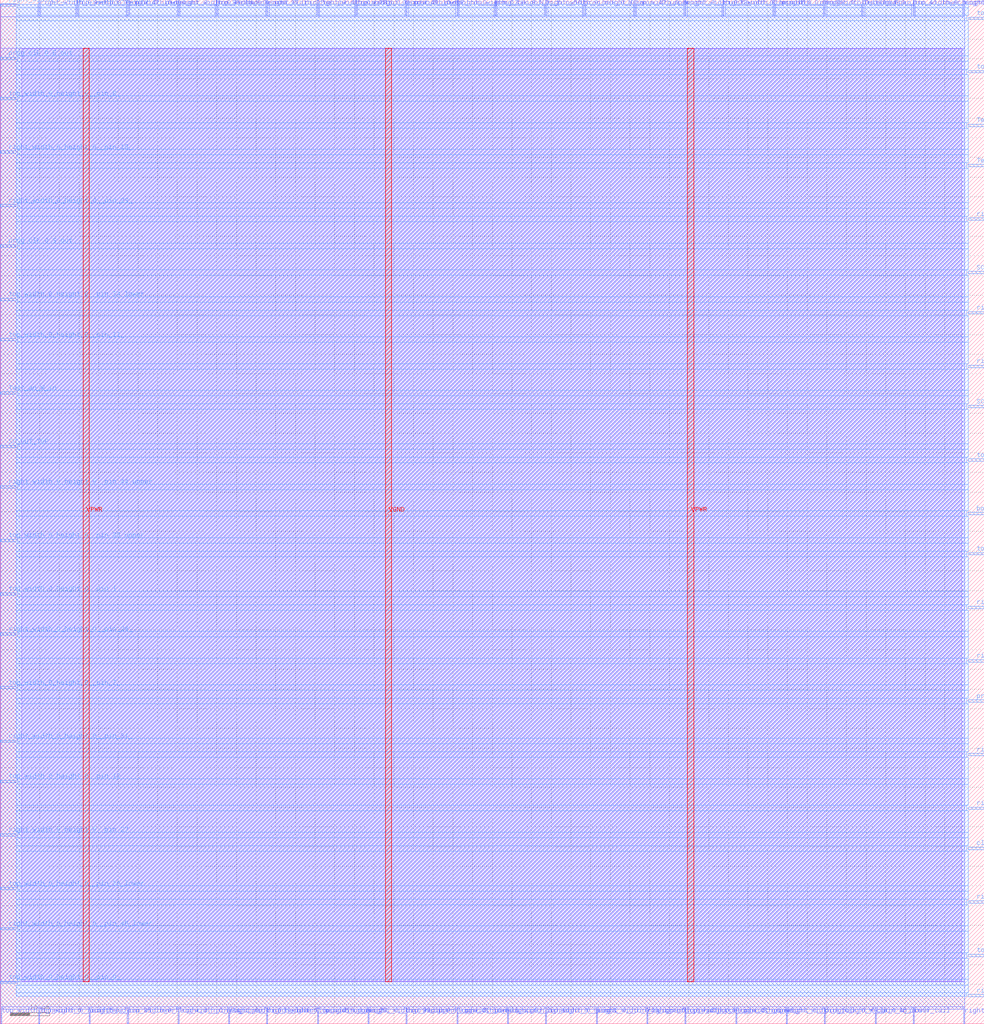
<source format=lef>
VERSION 5.7 ;
  NOWIREEXTENSIONATPIN ON ;
  DIVIDERCHAR "/" ;
  BUSBITCHARS "[]" ;
MACRO grid_clb
  CLASS BLOCK ;
  FOREIGN grid_clb ;
  ORIGIN 0.000 0.000 ;
  SIZE 250.000 BY 260.000 ;
  PIN SC_IN_TOP
    DIRECTION INPUT ;
    USE SIGNAL ;
    PORT
      LAYER met3 ;
        RECT 246.000 156.440 250.000 157.040 ;
    END
  END SC_IN_TOP
  PIN SC_OUT_BOT
    DIRECTION OUTPUT TRISTATE ;
    USE SIGNAL ;
    PORT
      LAYER met3 ;
        RECT 246.000 190.440 250.000 191.040 ;
    END
  END SC_OUT_BOT
  PIN SC_OUT_TOP
    DIRECTION OUTPUT TRISTATE ;
    USE SIGNAL ;
    PORT
      LAYER met3 ;
        RECT 0.000 146.240 4.000 146.840 ;
    END
  END SC_OUT_TOP
  PIN Test_en_E_in
    DIRECTION INPUT ;
    USE SIGNAL ;
    PORT
      LAYER met2 ;
        RECT 219.050 256.000 219.330 260.000 ;
    END
  END Test_en_E_in
  PIN Test_en_E_out
    DIRECTION OUTPUT TRISTATE ;
    USE SIGNAL ;
    PORT
      LAYER met3 ;
        RECT 246.000 227.840 250.000 228.440 ;
    END
  END Test_en_E_out
  PIN Test_en_W_in
    DIRECTION INPUT ;
    USE SIGNAL ;
    PORT
      LAYER met3 ;
        RECT 0.000 159.840 4.000 160.440 ;
    END
  END Test_en_W_in
  PIN Test_en_W_out
    DIRECTION OUTPUT TRISTATE ;
    USE SIGNAL ;
    PORT
      LAYER met3 ;
        RECT 246.000 217.640 250.000 218.240 ;
    END
  END Test_en_W_out
  PIN VGND
    DIRECTION INOUT ;
    USE GROUND ;
    PORT
      LAYER met4 ;
        RECT 97.840 10.640 99.440 247.760 ;
    END
  END VGND
  PIN VPWR
    DIRECTION INOUT ;
    USE POWER ;
    PORT
      LAYER met4 ;
        RECT 21.040 10.640 22.640 247.760 ;
    END
    PORT
      LAYER met4 ;
        RECT 174.640 10.640 176.240 247.760 ;
    END
  END VPWR
  PIN bottom_width_0_height_0__pin_50_
    DIRECTION OUTPUT TRISTATE ;
    USE SIGNAL ;
    PORT
      LAYER met2 ;
        RECT 116.010 256.000 116.290 260.000 ;
    END
  END bottom_width_0_height_0__pin_50_
  PIN bottom_width_0_height_0__pin_51_
    DIRECTION OUTPUT TRISTATE ;
    USE SIGNAL ;
    PORT
      LAYER met3 ;
        RECT 246.000 129.240 250.000 129.840 ;
    END
  END bottom_width_0_height_0__pin_51_
  PIN ccff_head
    DIRECTION INPUT ;
    USE SIGNAL ;
    PORT
      LAYER met2 ;
        RECT 22.630 0.000 22.910 4.000 ;
    END
  END ccff_head
  PIN ccff_tail
    DIRECTION OUTPUT TRISTATE ;
    USE SIGNAL ;
    PORT
      LAYER met2 ;
        RECT 231.930 0.000 232.210 4.000 ;
    END
  END ccff_tail
  PIN clk_0_N_in
    DIRECTION INPUT ;
    USE SIGNAL ;
    PORT
      LAYER met2 ;
        RECT 222.270 0.000 222.550 4.000 ;
    END
  END clk_0_N_in
  PIN clk_0_S_in
    DIRECTION INPUT ;
    USE SIGNAL ;
    PORT
      LAYER met3 ;
        RECT 246.000 44.240 250.000 44.840 ;
    END
  END clk_0_S_in
  PIN prog_clk_0_E_out
    DIRECTION OUTPUT TRISTATE ;
    USE SIGNAL ;
    PORT
      LAYER met3 ;
        RECT 0.000 244.840 4.000 245.440 ;
    END
  END prog_clk_0_E_out
  PIN prog_clk_0_N_in
    DIRECTION INPUT ;
    USE SIGNAL ;
    PORT
      LAYER met2 ;
        RECT 148.210 256.000 148.490 260.000 ;
    END
  END prog_clk_0_N_in
  PIN prog_clk_0_N_out
    DIRECTION OUTPUT TRISTATE ;
    USE SIGNAL ;
    PORT
      LAYER met2 ;
        RECT 125.670 256.000 125.950 260.000 ;
    END
  END prog_clk_0_N_out
  PIN prog_clk_0_S_in
    DIRECTION INPUT ;
    USE SIGNAL ;
    PORT
      LAYER met3 ;
        RECT 246.000 81.640 250.000 82.240 ;
    END
  END prog_clk_0_S_in
  PIN prog_clk_0_S_out
    DIRECTION OUTPUT TRISTATE ;
    USE SIGNAL ;
    PORT
      LAYER met3 ;
        RECT 0.000 197.240 4.000 197.840 ;
    END
  END prog_clk_0_S_out
  PIN prog_clk_0_W_out
    DIRECTION OUTPUT TRISTATE ;
    USE SIGNAL ;
    PORT
      LAYER met2 ;
        RECT 209.390 0.000 209.670 4.000 ;
    END
  END prog_clk_0_W_out
  PIN right_width_0_height_0__pin_16_
    DIRECTION INPUT ;
    USE SIGNAL ;
    PORT
      LAYER met2 ;
        RECT 173.970 256.000 174.250 260.000 ;
    END
  END right_width_0_height_0__pin_16_
  PIN right_width_0_height_0__pin_17_
    DIRECTION INPUT ;
    USE SIGNAL ;
    PORT
      LAYER met2 ;
        RECT 45.170 256.000 45.450 260.000 ;
    END
  END right_width_0_height_0__pin_17_
  PIN right_width_0_height_0__pin_18_
    DIRECTION INPUT ;
    USE SIGNAL ;
    PORT
      LAYER met3 ;
        RECT 0.000 221.040 4.000 221.640 ;
    END
  END right_width_0_height_0__pin_18_
  PIN right_width_0_height_0__pin_19_
    DIRECTION INPUT ;
    USE SIGNAL ;
    PORT
      LAYER met3 ;
        RECT 246.000 166.640 250.000 167.240 ;
    END
  END right_width_0_height_0__pin_19_
  PIN right_width_0_height_0__pin_20_
    DIRECTION INPUT ;
    USE SIGNAL ;
    PORT
      LAYER met3 ;
        RECT 246.000 180.240 250.000 180.840 ;
    END
  END right_width_0_height_0__pin_20_
  PIN right_width_0_height_0__pin_21_
    DIRECTION INPUT ;
    USE SIGNAL ;
    PORT
      LAYER met3 ;
        RECT 246.000 105.440 250.000 106.040 ;
    END
  END right_width_0_height_0__pin_21_
  PIN right_width_0_height_0__pin_22_
    DIRECTION INPUT ;
    USE SIGNAL ;
    PORT
      LAYER met3 ;
        RECT 246.000 6.840 250.000 7.440 ;
    END
  END right_width_0_height_0__pin_22_
  PIN right_width_0_height_0__pin_23_
    DIRECTION INPUT ;
    USE SIGNAL ;
    PORT
      LAYER met3 ;
        RECT 0.000 207.440 4.000 208.040 ;
    END
  END right_width_0_height_0__pin_23_
  PIN right_width_0_height_0__pin_24_
    DIRECTION INPUT ;
    USE SIGNAL ;
    PORT
      LAYER met3 ;
        RECT 0.000 98.640 4.000 99.240 ;
    END
  END right_width_0_height_0__pin_24_
  PIN right_width_0_height_0__pin_25_
    DIRECTION INPUT ;
    USE SIGNAL ;
    PORT
      LAYER met2 ;
        RECT 244.810 256.000 245.090 260.000 ;
    END
  END right_width_0_height_0__pin_25_
  PIN right_width_0_height_0__pin_26_
    DIRECTION INPUT ;
    USE SIGNAL ;
    PORT
      LAYER met3 ;
        RECT 246.000 91.840 250.000 92.440 ;
    END
  END right_width_0_height_0__pin_26_
  PIN right_width_0_height_0__pin_27_
    DIRECTION INPUT ;
    USE SIGNAL ;
    PORT
      LAYER met3 ;
        RECT 0.000 47.640 4.000 48.240 ;
    END
  END right_width_0_height_0__pin_27_
  PIN right_width_0_height_0__pin_28_
    DIRECTION INPUT ;
    USE SIGNAL ;
    PORT
      LAYER met2 ;
        RECT 67.710 256.000 67.990 260.000 ;
    END
  END right_width_0_height_0__pin_28_
  PIN right_width_0_height_0__pin_29_
    DIRECTION INPUT ;
    USE SIGNAL ;
    PORT
      LAYER met2 ;
        RECT 67.710 0.000 67.990 4.000 ;
    END
  END right_width_0_height_0__pin_29_
  PIN right_width_0_height_0__pin_30_
    DIRECTION INPUT ;
    USE SIGNAL ;
    PORT
      LAYER met2 ;
        RECT 183.630 256.000 183.910 260.000 ;
    END
  END right_width_0_height_0__pin_30_
  PIN right_width_0_height_0__pin_31_
    DIRECTION INPUT ;
    USE SIGNAL ;
    PORT
      LAYER met3 ;
        RECT 0.000 71.440 4.000 72.040 ;
    END
  END right_width_0_height_0__pin_31_
  PIN right_width_0_height_0__pin_42_lower
    DIRECTION OUTPUT TRISTATE ;
    USE SIGNAL ;
    PORT
      LAYER met2 ;
        RECT 9.750 256.000 10.030 260.000 ;
    END
  END right_width_0_height_0__pin_42_lower
  PIN right_width_0_height_0__pin_42_upper
    DIRECTION OUTPUT TRISTATE ;
    USE SIGNAL ;
    PORT
      LAYER met2 ;
        RECT 138.550 256.000 138.830 260.000 ;
    END
  END right_width_0_height_0__pin_42_upper
  PIN right_width_0_height_0__pin_43_lower
    DIRECTION OUTPUT TRISTATE ;
    USE SIGNAL ;
    PORT
      LAYER met2 ;
        RECT 93.470 0.000 93.750 4.000 ;
    END
  END right_width_0_height_0__pin_43_lower
  PIN right_width_0_height_0__pin_43_upper
    DIRECTION OUTPUT TRISTATE ;
    USE SIGNAL ;
    PORT
      LAYER met2 ;
        RECT 164.310 0.000 164.590 4.000 ;
    END
  END right_width_0_height_0__pin_43_upper
  PIN right_width_0_height_0__pin_44_lower
    DIRECTION OUTPUT TRISTATE ;
    USE SIGNAL ;
    PORT
      LAYER met3 ;
        RECT 246.000 204.040 250.000 204.640 ;
    END
  END right_width_0_height_0__pin_44_lower
  PIN right_width_0_height_0__pin_44_upper
    DIRECTION OUTPUT TRISTATE ;
    USE SIGNAL ;
    PORT
      LAYER met3 ;
        RECT 0.000 136.040 4.000 136.640 ;
    END
  END right_width_0_height_0__pin_44_upper
  PIN right_width_0_height_0__pin_45_lower
    DIRECTION OUTPUT TRISTATE ;
    USE SIGNAL ;
    PORT
      LAYER met3 ;
        RECT 0.000 23.840 4.000 24.440 ;
    END
  END right_width_0_height_0__pin_45_lower
  PIN right_width_0_height_0__pin_45_upper
    DIRECTION OUTPUT TRISTATE ;
    USE SIGNAL ;
    PORT
      LAYER met2 ;
        RECT 58.050 0.000 58.330 4.000 ;
    END
  END right_width_0_height_0__pin_45_upper
  PIN right_width_0_height_0__pin_46_lower
    DIRECTION OUTPUT TRISTATE ;
    USE SIGNAL ;
    PORT
      LAYER met2 ;
        RECT 199.730 0.000 200.010 4.000 ;
    END
  END right_width_0_height_0__pin_46_lower
  PIN right_width_0_height_0__pin_46_upper
    DIRECTION OUTPUT TRISTATE ;
    USE SIGNAL ;
    PORT
      LAYER met3 ;
        RECT 246.000 68.040 250.000 68.640 ;
    END
  END right_width_0_height_0__pin_46_upper
  PIN right_width_0_height_0__pin_47_lower
    DIRECTION OUTPUT TRISTATE ;
    USE SIGNAL ;
    PORT
      LAYER met3 ;
        RECT 246.000 30.640 250.000 31.240 ;
    END
  END right_width_0_height_0__pin_47_lower
  PIN right_width_0_height_0__pin_47_upper
    DIRECTION OUTPUT TRISTATE ;
    USE SIGNAL ;
    PORT
      LAYER met2 ;
        RECT 151.430 0.000 151.710 4.000 ;
    END
  END right_width_0_height_0__pin_47_upper
  PIN right_width_0_height_0__pin_48_lower
    DIRECTION OUTPUT TRISTATE ;
    USE SIGNAL ;
    PORT
      LAYER met3 ;
        RECT 0.000 258.440 4.000 259.040 ;
    END
  END right_width_0_height_0__pin_48_lower
  PIN right_width_0_height_0__pin_48_upper
    DIRECTION OUTPUT TRISTATE ;
    USE SIGNAL ;
    PORT
      LAYER met2 ;
        RECT 244.810 0.000 245.090 4.000 ;
    END
  END right_width_0_height_0__pin_48_upper
  PIN right_width_0_height_0__pin_49_lower
    DIRECTION OUTPUT TRISTATE ;
    USE SIGNAL ;
    PORT
      LAYER met2 ;
        RECT 80.590 256.000 80.870 260.000 ;
    END
  END right_width_0_height_0__pin_49_lower
  PIN right_width_0_height_0__pin_49_upper
    DIRECTION OUTPUT TRISTATE ;
    USE SIGNAL ;
    PORT
      LAYER met3 ;
        RECT 246.000 54.440 250.000 55.040 ;
    END
  END right_width_0_height_0__pin_49_upper
  PIN top_width_0_height_0__pin_0_
    DIRECTION INPUT ;
    USE SIGNAL ;
    PORT
      LAYER met3 ;
        RECT 0.000 10.240 4.000 10.840 ;
    END
  END top_width_0_height_0__pin_0_
  PIN top_width_0_height_0__pin_10_
    DIRECTION INPUT ;
    USE SIGNAL ;
    PORT
      LAYER met2 ;
        RECT 186.850 0.000 187.130 4.000 ;
    END
  END top_width_0_height_0__pin_10_
  PIN top_width_0_height_0__pin_11_
    DIRECTION INPUT ;
    USE SIGNAL ;
    PORT
      LAYER met3 ;
        RECT 0.000 173.440 4.000 174.040 ;
    END
  END top_width_0_height_0__pin_11_
  PIN top_width_0_height_0__pin_12_
    DIRECTION INPUT ;
    USE SIGNAL ;
    PORT
      LAYER met3 ;
        RECT 0.000 61.240 4.000 61.840 ;
    END
  END top_width_0_height_0__pin_12_
  PIN top_width_0_height_0__pin_13_
    DIRECTION INPUT ;
    USE SIGNAL ;
    PORT
      LAYER met2 ;
        RECT 103.130 256.000 103.410 260.000 ;
    END
  END top_width_0_height_0__pin_13_
  PIN top_width_0_height_0__pin_14_
    DIRECTION INPUT ;
    USE SIGNAL ;
    PORT
      LAYER met2 ;
        RECT 116.010 0.000 116.290 4.000 ;
    END
  END top_width_0_height_0__pin_14_
  PIN top_width_0_height_0__pin_15_
    DIRECTION INPUT ;
    USE SIGNAL ;
    PORT
      LAYER met2 ;
        RECT 0.090 0.000 0.370 4.000 ;
    END
  END top_width_0_height_0__pin_15_
  PIN top_width_0_height_0__pin_1_
    DIRECTION INPUT ;
    USE SIGNAL ;
    PORT
      LAYER met3 ;
        RECT 0.000 108.840 4.000 109.440 ;
    END
  END top_width_0_height_0__pin_1_
  PIN top_width_0_height_0__pin_2_
    DIRECTION INPUT ;
    USE SIGNAL ;
    PORT
      LAYER met2 ;
        RECT 90.250 256.000 90.530 260.000 ;
    END
  END top_width_0_height_0__pin_2_
  PIN top_width_0_height_0__pin_32_
    DIRECTION INPUT ;
    USE SIGNAL ;
    PORT
      LAYER met2 ;
        RECT 161.090 256.000 161.370 260.000 ;
    END
  END top_width_0_height_0__pin_32_
  PIN top_width_0_height_0__pin_33_
    DIRECTION INPUT ;
    USE SIGNAL ;
    PORT
      LAYER met2 ;
        RECT 231.930 256.000 232.210 260.000 ;
    END
  END top_width_0_height_0__pin_33_
  PIN top_width_0_height_0__pin_34_lower
    DIRECTION OUTPUT TRISTATE ;
    USE SIGNAL ;
    PORT
      LAYER met3 ;
        RECT 0.000 183.640 4.000 184.240 ;
    END
  END top_width_0_height_0__pin_34_lower
  PIN top_width_0_height_0__pin_34_upper
    DIRECTION OUTPUT TRISTATE ;
    USE SIGNAL ;
    PORT
      LAYER met2 ;
        RECT 32.290 0.000 32.570 4.000 ;
    END
  END top_width_0_height_0__pin_34_upper
  PIN top_width_0_height_0__pin_35_lower
    DIRECTION OUTPUT TRISTATE ;
    USE SIGNAL ;
    PORT
      LAYER met2 ;
        RECT 9.750 0.000 10.030 4.000 ;
    END
  END top_width_0_height_0__pin_35_lower
  PIN top_width_0_height_0__pin_35_upper
    DIRECTION OUTPUT TRISTATE ;
    USE SIGNAL ;
    PORT
      LAYER met3 ;
        RECT 246.000 255.040 250.000 255.640 ;
    END
  END top_width_0_height_0__pin_35_upper
  PIN top_width_0_height_0__pin_36_lower
    DIRECTION OUTPUT TRISTATE ;
    USE SIGNAL ;
    PORT
      LAYER met3 ;
        RECT 0.000 34.040 4.000 34.640 ;
    END
  END top_width_0_height_0__pin_36_lower
  PIN top_width_0_height_0__pin_36_upper
    DIRECTION OUTPUT TRISTATE ;
    USE SIGNAL ;
    PORT
      LAYER met2 ;
        RECT 103.130 0.000 103.410 4.000 ;
    END
  END top_width_0_height_0__pin_36_upper
  PIN top_width_0_height_0__pin_37_lower
    DIRECTION OUTPUT TRISTATE ;
    USE SIGNAL ;
    PORT
      LAYER met3 ;
        RECT 246.000 241.440 250.000 242.040 ;
    END
  END top_width_0_height_0__pin_37_lower
  PIN top_width_0_height_0__pin_37_upper
    DIRECTION OUTPUT TRISTATE ;
    USE SIGNAL ;
    PORT
      LAYER met3 ;
        RECT 246.000 17.040 250.000 17.640 ;
    END
  END top_width_0_height_0__pin_37_upper
  PIN top_width_0_height_0__pin_38_lower
    DIRECTION OUTPUT TRISTATE ;
    USE SIGNAL ;
    PORT
      LAYER met2 ;
        RECT 32.290 256.000 32.570 260.000 ;
    END
  END top_width_0_height_0__pin_38_lower
  PIN top_width_0_height_0__pin_38_upper
    DIRECTION OUTPUT TRISTATE ;
    USE SIGNAL ;
    PORT
      LAYER met3 ;
        RECT 0.000 122.440 4.000 123.040 ;
    END
  END top_width_0_height_0__pin_38_upper
  PIN top_width_0_height_0__pin_39_lower
    DIRECTION OUTPUT TRISTATE ;
    USE SIGNAL ;
    PORT
      LAYER met2 ;
        RECT 45.170 0.000 45.450 4.000 ;
    END
  END top_width_0_height_0__pin_39_lower
  PIN top_width_0_height_0__pin_39_upper
    DIRECTION OUTPUT TRISTATE ;
    USE SIGNAL ;
    PORT
      LAYER met2 ;
        RECT 80.590 0.000 80.870 4.000 ;
    END
  END top_width_0_height_0__pin_39_upper
  PIN top_width_0_height_0__pin_3_
    DIRECTION INPUT ;
    USE SIGNAL ;
    PORT
      LAYER met2 ;
        RECT 128.890 0.000 129.170 4.000 ;
    END
  END top_width_0_height_0__pin_3_
  PIN top_width_0_height_0__pin_40_lower
    DIRECTION OUTPUT TRISTATE ;
    USE SIGNAL ;
    PORT
      LAYER met3 ;
        RECT 246.000 142.840 250.000 143.440 ;
    END
  END top_width_0_height_0__pin_40_lower
  PIN top_width_0_height_0__pin_40_upper
    DIRECTION OUTPUT TRISTATE ;
    USE SIGNAL ;
    PORT
      LAYER met2 ;
        RECT 138.550 0.000 138.830 4.000 ;
    END
  END top_width_0_height_0__pin_40_upper
  PIN top_width_0_height_0__pin_41_lower
    DIRECTION OUTPUT TRISTATE ;
    USE SIGNAL ;
    PORT
      LAYER met2 ;
        RECT 209.390 256.000 209.670 260.000 ;
    END
  END top_width_0_height_0__pin_41_lower
  PIN top_width_0_height_0__pin_41_upper
    DIRECTION OUTPUT TRISTATE ;
    USE SIGNAL ;
    PORT
      LAYER met2 ;
        RECT 196.510 256.000 196.790 260.000 ;
    END
  END top_width_0_height_0__pin_41_upper
  PIN top_width_0_height_0__pin_4_
    DIRECTION INPUT ;
    USE SIGNAL ;
    PORT
      LAYER met2 ;
        RECT 19.410 256.000 19.690 260.000 ;
    END
  END top_width_0_height_0__pin_4_
  PIN top_width_0_height_0__pin_5_
    DIRECTION INPUT ;
    USE SIGNAL ;
    PORT
      LAYER met2 ;
        RECT 54.830 256.000 55.110 260.000 ;
    END
  END top_width_0_height_0__pin_5_
  PIN top_width_0_height_0__pin_6_
    DIRECTION INPUT ;
    USE SIGNAL ;
    PORT
      LAYER met2 ;
        RECT 173.970 0.000 174.250 4.000 ;
    END
  END top_width_0_height_0__pin_6_
  PIN top_width_0_height_0__pin_7_
    DIRECTION INPUT ;
    USE SIGNAL ;
    PORT
      LAYER met3 ;
        RECT 0.000 85.040 4.000 85.640 ;
    END
  END top_width_0_height_0__pin_7_
  PIN top_width_0_height_0__pin_8_
    DIRECTION INPUT ;
    USE SIGNAL ;
    PORT
      LAYER met3 ;
        RECT 0.000 234.640 4.000 235.240 ;
    END
  END top_width_0_height_0__pin_8_
  PIN top_width_0_height_0__pin_9_
    DIRECTION INPUT ;
    USE SIGNAL ;
    PORT
      LAYER met3 ;
        RECT 246.000 119.040 250.000 119.640 ;
    END
  END top_width_0_height_0__pin_9_
  OBS
      LAYER li1 ;
        RECT 5.520 10.795 244.260 247.605 ;
      LAYER met1 ;
        RECT 0.070 10.640 245.110 247.760 ;
      LAYER met2 ;
        RECT 0.100 255.720 9.470 258.925 ;
        RECT 10.310 255.720 19.130 258.925 ;
        RECT 19.970 255.720 32.010 258.925 ;
        RECT 32.850 255.720 44.890 258.925 ;
        RECT 45.730 255.720 54.550 258.925 ;
        RECT 55.390 255.720 67.430 258.925 ;
        RECT 68.270 255.720 80.310 258.925 ;
        RECT 81.150 255.720 89.970 258.925 ;
        RECT 90.810 255.720 102.850 258.925 ;
        RECT 103.690 255.720 115.730 258.925 ;
        RECT 116.570 255.720 125.390 258.925 ;
        RECT 126.230 255.720 138.270 258.925 ;
        RECT 139.110 255.720 147.930 258.925 ;
        RECT 148.770 255.720 160.810 258.925 ;
        RECT 161.650 255.720 173.690 258.925 ;
        RECT 174.530 255.720 183.350 258.925 ;
        RECT 184.190 255.720 196.230 258.925 ;
        RECT 197.070 255.720 209.110 258.925 ;
        RECT 209.950 255.720 218.770 258.925 ;
        RECT 219.610 255.720 231.650 258.925 ;
        RECT 232.490 255.720 244.530 258.925 ;
        RECT 0.100 4.280 245.080 255.720 ;
        RECT 0.650 3.670 9.470 4.280 ;
        RECT 10.310 3.670 22.350 4.280 ;
        RECT 23.190 3.670 32.010 4.280 ;
        RECT 32.850 3.670 44.890 4.280 ;
        RECT 45.730 3.670 57.770 4.280 ;
        RECT 58.610 3.670 67.430 4.280 ;
        RECT 68.270 3.670 80.310 4.280 ;
        RECT 81.150 3.670 93.190 4.280 ;
        RECT 94.030 3.670 102.850 4.280 ;
        RECT 103.690 3.670 115.730 4.280 ;
        RECT 116.570 3.670 128.610 4.280 ;
        RECT 129.450 3.670 138.270 4.280 ;
        RECT 139.110 3.670 151.150 4.280 ;
        RECT 151.990 3.670 164.030 4.280 ;
        RECT 164.870 3.670 173.690 4.280 ;
        RECT 174.530 3.670 186.570 4.280 ;
        RECT 187.410 3.670 199.450 4.280 ;
        RECT 200.290 3.670 209.110 4.280 ;
        RECT 209.950 3.670 221.990 4.280 ;
        RECT 222.830 3.670 231.650 4.280 ;
        RECT 232.490 3.670 244.530 4.280 ;
      LAYER met3 ;
        RECT 4.400 258.040 246.000 258.905 ;
        RECT 4.000 256.040 246.000 258.040 ;
        RECT 4.000 254.640 245.600 256.040 ;
        RECT 4.000 245.840 246.000 254.640 ;
        RECT 4.400 244.440 246.000 245.840 ;
        RECT 4.000 242.440 246.000 244.440 ;
        RECT 4.000 241.040 245.600 242.440 ;
        RECT 4.000 235.640 246.000 241.040 ;
        RECT 4.400 234.240 246.000 235.640 ;
        RECT 4.000 228.840 246.000 234.240 ;
        RECT 4.000 227.440 245.600 228.840 ;
        RECT 4.000 222.040 246.000 227.440 ;
        RECT 4.400 220.640 246.000 222.040 ;
        RECT 4.000 218.640 246.000 220.640 ;
        RECT 4.000 217.240 245.600 218.640 ;
        RECT 4.000 208.440 246.000 217.240 ;
        RECT 4.400 207.040 246.000 208.440 ;
        RECT 4.000 205.040 246.000 207.040 ;
        RECT 4.000 203.640 245.600 205.040 ;
        RECT 4.000 198.240 246.000 203.640 ;
        RECT 4.400 196.840 246.000 198.240 ;
        RECT 4.000 191.440 246.000 196.840 ;
        RECT 4.000 190.040 245.600 191.440 ;
        RECT 4.000 184.640 246.000 190.040 ;
        RECT 4.400 183.240 246.000 184.640 ;
        RECT 4.000 181.240 246.000 183.240 ;
        RECT 4.000 179.840 245.600 181.240 ;
        RECT 4.000 174.440 246.000 179.840 ;
        RECT 4.400 173.040 246.000 174.440 ;
        RECT 4.000 167.640 246.000 173.040 ;
        RECT 4.000 166.240 245.600 167.640 ;
        RECT 4.000 160.840 246.000 166.240 ;
        RECT 4.400 159.440 246.000 160.840 ;
        RECT 4.000 157.440 246.000 159.440 ;
        RECT 4.000 156.040 245.600 157.440 ;
        RECT 4.000 147.240 246.000 156.040 ;
        RECT 4.400 145.840 246.000 147.240 ;
        RECT 4.000 143.840 246.000 145.840 ;
        RECT 4.000 142.440 245.600 143.840 ;
        RECT 4.000 137.040 246.000 142.440 ;
        RECT 4.400 135.640 246.000 137.040 ;
        RECT 4.000 130.240 246.000 135.640 ;
        RECT 4.000 128.840 245.600 130.240 ;
        RECT 4.000 123.440 246.000 128.840 ;
        RECT 4.400 122.040 246.000 123.440 ;
        RECT 4.000 120.040 246.000 122.040 ;
        RECT 4.000 118.640 245.600 120.040 ;
        RECT 4.000 109.840 246.000 118.640 ;
        RECT 4.400 108.440 246.000 109.840 ;
        RECT 4.000 106.440 246.000 108.440 ;
        RECT 4.000 105.040 245.600 106.440 ;
        RECT 4.000 99.640 246.000 105.040 ;
        RECT 4.400 98.240 246.000 99.640 ;
        RECT 4.000 92.840 246.000 98.240 ;
        RECT 4.000 91.440 245.600 92.840 ;
        RECT 4.000 86.040 246.000 91.440 ;
        RECT 4.400 84.640 246.000 86.040 ;
        RECT 4.000 82.640 246.000 84.640 ;
        RECT 4.000 81.240 245.600 82.640 ;
        RECT 4.000 72.440 246.000 81.240 ;
        RECT 4.400 71.040 246.000 72.440 ;
        RECT 4.000 69.040 246.000 71.040 ;
        RECT 4.000 67.640 245.600 69.040 ;
        RECT 4.000 62.240 246.000 67.640 ;
        RECT 4.400 60.840 246.000 62.240 ;
        RECT 4.000 55.440 246.000 60.840 ;
        RECT 4.000 54.040 245.600 55.440 ;
        RECT 4.000 48.640 246.000 54.040 ;
        RECT 4.400 47.240 246.000 48.640 ;
        RECT 4.000 45.240 246.000 47.240 ;
        RECT 4.000 43.840 245.600 45.240 ;
        RECT 4.000 35.040 246.000 43.840 ;
        RECT 4.400 33.640 246.000 35.040 ;
        RECT 4.000 31.640 246.000 33.640 ;
        RECT 4.000 30.240 245.600 31.640 ;
        RECT 4.000 24.840 246.000 30.240 ;
        RECT 4.400 23.440 246.000 24.840 ;
        RECT 4.000 18.040 246.000 23.440 ;
        RECT 4.000 16.640 245.600 18.040 ;
        RECT 4.000 11.240 246.000 16.640 ;
        RECT 4.400 9.840 246.000 11.240 ;
        RECT 4.000 7.840 246.000 9.840 ;
        RECT 4.000 6.975 245.600 7.840 ;
  END
END grid_clb
END LIBRARY


</source>
